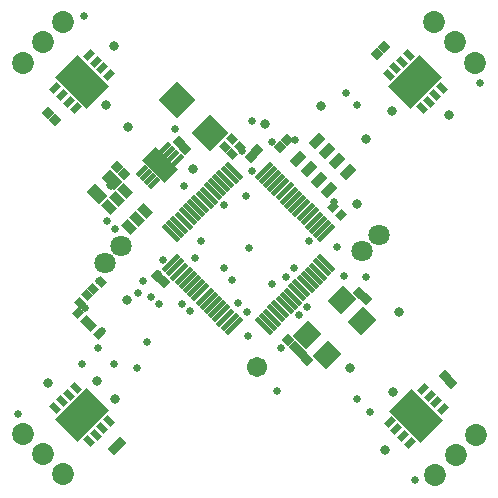
<source format=gbs>
G04 Layer_Color=16711935*
%FSAX24Y24*%
%MOIN*%
G70*
G01*
G75*
G04:AMPARAMS|DCode=62|XSize=29.7mil|YSize=25.7mil|CornerRadius=0mil|HoleSize=0mil|Usage=FLASHONLY|Rotation=45.000|XOffset=0mil|YOffset=0mil|HoleType=Round|Shape=Rectangle|*
%AMROTATEDRECTD62*
4,1,4,-0.0014,-0.0196,-0.0196,-0.0014,0.0014,0.0196,0.0196,0.0014,-0.0014,-0.0196,0.0*
%
%ADD62ROTATEDRECTD62*%

%ADD63P,0.0403X4X270.0*%
%ADD64P,0.0403X4X360.0*%
G04:AMPARAMS|DCode=71|XSize=29.7mil|YSize=25.7mil|CornerRadius=0mil|HoleSize=0mil|Usage=FLASHONLY|Rotation=315.000|XOffset=0mil|YOffset=0mil|HoleType=Round|Shape=Rectangle|*
%AMROTATEDRECTD71*
4,1,4,-0.0196,0.0014,-0.0014,0.0196,0.0196,-0.0014,0.0014,-0.0196,-0.0196,0.0014,0.0*
%
%ADD71ROTATEDRECTD71*%

%ADD85C,0.0710*%
%ADD86C,0.0671*%
%ADD87C,0.0730*%
%ADD88C,0.0320*%
%ADD89C,0.0260*%
%ADD90C,0.0159*%
G04:AMPARAMS|DCode=91|XSize=149.7mil|YSize=106.4mil|CornerRadius=0mil|HoleSize=0mil|Usage=FLASHONLY|Rotation=45.000|XOffset=0mil|YOffset=0mil|HoleType=Round|Shape=Rectangle|*
%AMROTATEDRECTD91*
4,1,4,-0.0153,-0.0906,-0.0906,-0.0153,0.0153,0.0906,0.0906,0.0153,-0.0153,-0.0906,0.0*
%
%ADD91ROTATEDRECTD91*%

G04:AMPARAMS|DCode=92|XSize=21.8mil|YSize=37.5mil|CornerRadius=0mil|HoleSize=0mil|Usage=FLASHONLY|Rotation=45.000|XOffset=0mil|YOffset=0mil|HoleType=Round|Shape=Rectangle|*
%AMROTATEDRECTD92*
4,1,4,0.0056,-0.0210,-0.0210,0.0056,-0.0056,0.0210,0.0210,-0.0056,0.0056,-0.0210,0.0*
%
%ADD92ROTATEDRECTD92*%

G04:AMPARAMS|DCode=93|XSize=149.7mil|YSize=106.4mil|CornerRadius=0mil|HoleSize=0mil|Usage=FLASHONLY|Rotation=135.000|XOffset=0mil|YOffset=0mil|HoleType=Round|Shape=Rectangle|*
%AMROTATEDRECTD93*
4,1,4,0.0906,-0.0153,0.0153,-0.0906,-0.0906,0.0153,-0.0153,0.0906,0.0906,-0.0153,0.0*
%
%ADD93ROTATEDRECTD93*%

G04:AMPARAMS|DCode=94|XSize=21.8mil|YSize=37.5mil|CornerRadius=0mil|HoleSize=0mil|Usage=FLASHONLY|Rotation=135.000|XOffset=0mil|YOffset=0mil|HoleType=Round|Shape=Rectangle|*
%AMROTATEDRECTD94*
4,1,4,0.0210,0.0056,-0.0056,-0.0210,-0.0210,-0.0056,0.0056,0.0210,0.0210,0.0056,0.0*
%
%ADD94ROTATEDRECTD94*%

G04:AMPARAMS|DCode=95|XSize=51.3mil|YSize=31.6mil|CornerRadius=0mil|HoleSize=0mil|Usage=FLASHONLY|Rotation=225.000|XOffset=0mil|YOffset=0mil|HoleType=Round|Shape=Rectangle|*
%AMROTATEDRECTD95*
4,1,4,0.0070,0.0293,0.0293,0.0070,-0.0070,-0.0293,-0.0293,-0.0070,0.0070,0.0293,0.0*
%
%ADD95ROTATEDRECTD95*%

%ADD96P,0.1227X4X90.0*%
G04:AMPARAMS|DCode=97|XSize=104.1mil|YSize=63.1mil|CornerRadius=0mil|HoleSize=0mil|Usage=FLASHONLY|Rotation=135.000|XOffset=0mil|YOffset=0mil|HoleType=Round|Shape=Rectangle|*
%AMROTATEDRECTD97*
4,1,4,0.0591,-0.0145,0.0145,-0.0591,-0.0591,0.0145,-0.0145,0.0591,0.0591,-0.0145,0.0*
%
%ADD97ROTATEDRECTD97*%

G04:AMPARAMS|DCode=98|XSize=17.8mil|YSize=43.4mil|CornerRadius=0mil|HoleSize=0mil|Usage=FLASHONLY|Rotation=135.000|XOffset=0mil|YOffset=0mil|HoleType=Round|Shape=Rectangle|*
%AMROTATEDRECTD98*
4,1,4,0.0217,0.0090,-0.0090,-0.0217,-0.0217,-0.0090,0.0090,0.0217,0.0217,0.0090,0.0*
%
%ADD98ROTATEDRECTD98*%

G04:AMPARAMS|DCode=99|XSize=31.6mil|YSize=43.4mil|CornerRadius=0mil|HoleSize=0mil|Usage=FLASHONLY|Rotation=45.000|XOffset=0mil|YOffset=0mil|HoleType=Round|Shape=Rectangle|*
%AMROTATEDRECTD99*
4,1,4,0.0042,-0.0265,-0.0265,0.0042,-0.0042,0.0265,0.0265,-0.0042,0.0042,-0.0265,0.0*
%
%ADD99ROTATEDRECTD99*%

G04:AMPARAMS|DCode=100|XSize=59.2mil|YSize=41.5mil|CornerRadius=0mil|HoleSize=0mil|Usage=FLASHONLY|Rotation=135.000|XOffset=0mil|YOffset=0mil|HoleType=Round|Shape=Rectangle|*
%AMROTATEDRECTD100*
4,1,4,0.0356,-0.0063,0.0063,-0.0356,-0.0356,0.0063,-0.0063,0.0356,0.0356,-0.0063,0.0*
%
%ADD100ROTATEDRECTD100*%

G04:AMPARAMS|DCode=101|XSize=17.8mil|YSize=76.9mil|CornerRadius=0mil|HoleSize=0mil|Usage=FLASHONLY|Rotation=135.000|XOffset=0mil|YOffset=0mil|HoleType=Round|Shape=Round|*
%AMOVALD101*
21,1,0.0591,0.0178,0.0000,0.0000,225.0*
1,1,0.0178,0.0209,0.0209*
1,1,0.0178,-0.0209,-0.0209*
%
%ADD101OVALD101*%

G04:AMPARAMS|DCode=102|XSize=17.8mil|YSize=76.9mil|CornerRadius=0mil|HoleSize=0mil|Usage=FLASHONLY|Rotation=45.000|XOffset=0mil|YOffset=0mil|HoleType=Round|Shape=Round|*
%AMOVALD102*
21,1,0.0591,0.0178,0.0000,0.0000,135.0*
1,1,0.0178,0.0209,-0.0209*
1,1,0.0178,-0.0209,0.0209*
%
%ADD102OVALD102*%

G04:AMPARAMS|DCode=103|XSize=71mil|YSize=63mil|CornerRadius=0mil|HoleSize=0mil|Usage=FLASHONLY|Rotation=45.000|XOffset=0mil|YOffset=0mil|HoleType=Round|Shape=Rectangle|*
%AMROTATEDRECTD103*
4,1,4,-0.0028,-0.0474,-0.0474,-0.0028,0.0028,0.0474,0.0474,0.0028,-0.0028,-0.0474,0.0*
%
%ADD103ROTATEDRECTD103*%

D62*
X045249Y026152D02*
D03*
X044998Y026403D02*
D03*
X044574Y026827D02*
D03*
X044824Y026577D02*
D03*
X053059Y030363D02*
D03*
X053310Y030112D02*
D03*
D63*
X047427Y027863D02*
D03*
X047204Y028086D02*
D03*
X053922Y027520D02*
D03*
X054144Y027298D02*
D03*
X052200Y025282D02*
D03*
X051977Y025505D02*
D03*
X051553Y025929D02*
D03*
X051776Y025707D02*
D03*
X046083Y031470D02*
D03*
X045861Y031692D02*
D03*
X047911Y032541D02*
D03*
X048134Y032318D02*
D03*
X043563Y033495D02*
D03*
X043785Y033273D02*
D03*
X057008Y024505D02*
D03*
X056785Y024727D02*
D03*
D64*
X051305Y032389D02*
D03*
X051528Y032612D02*
D03*
X050315Y032035D02*
D03*
X050538Y032258D02*
D03*
X045746Y022295D02*
D03*
X045969Y022517D02*
D03*
X054754Y035705D02*
D03*
X054531Y035483D02*
D03*
D71*
X044860Y027428D02*
D03*
X044609Y027178D02*
D03*
X045069Y027637D02*
D03*
X045319Y027888D02*
D03*
X049700Y032127D02*
D03*
X049951Y032378D02*
D03*
X049453Y032375D02*
D03*
X049704Y032625D02*
D03*
D85*
X054590Y029451D02*
D03*
X054033Y028894D02*
D03*
X046003Y029066D02*
D03*
X045446Y028509D02*
D03*
D86*
X050533Y025040D02*
D03*
D87*
X056473Y021434D02*
D03*
X057144Y022106D02*
D03*
X057816Y022777D02*
D03*
X044063Y036531D02*
D03*
X043391Y035859D02*
D03*
X042719Y035187D02*
D03*
X056437Y036531D02*
D03*
X057109Y035859D02*
D03*
X057781Y035187D02*
D03*
X044063Y021469D02*
D03*
X043391Y022141D02*
D03*
X042719Y022813D02*
D03*
D88*
X050780Y033137D02*
D03*
X053856Y030485D02*
D03*
X046184Y027268D02*
D03*
X045654Y031121D02*
D03*
X048378Y031649D02*
D03*
X049013Y032642D02*
D03*
X055058Y024192D02*
D03*
X055023Y033561D02*
D03*
X045477Y033773D02*
D03*
X054174Y032642D02*
D03*
X052654Y033738D02*
D03*
X045795Y023980D02*
D03*
X045194Y024581D02*
D03*
X054775Y022282D02*
D03*
X056922Y033455D02*
D03*
X045760Y035753D02*
D03*
X043568Y024510D02*
D03*
X053609Y025005D02*
D03*
X046219Y033031D02*
D03*
X055270Y026879D02*
D03*
D89*
X050359Y033224D02*
D03*
X051036Y032544D02*
D03*
X055801Y021257D02*
D03*
X053432Y028081D02*
D03*
X052195Y027055D02*
D03*
X051912Y026773D02*
D03*
X051806Y032606D02*
D03*
X047245Y031864D02*
D03*
X046573Y027515D02*
D03*
X046985Y027374D02*
D03*
X046729Y027896D02*
D03*
X047209Y028151D02*
D03*
X047386Y028611D02*
D03*
X047245Y027126D02*
D03*
X045512Y029919D02*
D03*
X045795Y029636D02*
D03*
X054281Y023555D02*
D03*
X053856Y023980D02*
D03*
X048093Y031086D02*
D03*
X049432Y030444D02*
D03*
X047775Y032960D02*
D03*
X048447Y028682D02*
D03*
X050038Y032253D02*
D03*
X051487Y028045D02*
D03*
X051770Y028328D02*
D03*
X049415Y028350D02*
D03*
X050144Y030732D02*
D03*
X048659Y029247D02*
D03*
X053184Y029035D02*
D03*
X049896Y027162D02*
D03*
X051028Y027798D02*
D03*
X049684Y027939D02*
D03*
X050356Y031581D02*
D03*
X045265Y027904D02*
D03*
X044805Y027020D02*
D03*
X050179Y026879D02*
D03*
X045371Y026242D02*
D03*
X044699Y025146D02*
D03*
X053479Y034170D02*
D03*
X053871Y033780D02*
D03*
X045230Y025677D02*
D03*
X046538Y025005D02*
D03*
X046856Y025889D02*
D03*
X045760Y025146D02*
D03*
X050250Y029000D02*
D03*
X051311Y025677D02*
D03*
X050215Y026066D02*
D03*
X052265Y029247D02*
D03*
X048305Y026914D02*
D03*
X048010Y027126D02*
D03*
X042543Y023485D02*
D03*
X044770Y036743D02*
D03*
X057957Y034515D02*
D03*
X051192Y024240D02*
D03*
X054174Y028045D02*
D03*
X053078Y030556D02*
D03*
D90*
X044309Y023561D02*
D03*
X044588Y023839D02*
D03*
X044866Y024117D02*
D03*
X055968Y035219D02*
D03*
X044031Y023282D02*
D03*
X044282Y023032D02*
D03*
X044532Y022781D02*
D03*
X044560Y023310D02*
D03*
X044811Y023059D02*
D03*
X044838Y023588D02*
D03*
X045117Y023867D02*
D03*
X045367Y023616D02*
D03*
X045089Y023338D02*
D03*
X056003Y022746D02*
D03*
X056254Y022996D02*
D03*
X056504Y023247D02*
D03*
X055725Y023024D02*
D03*
X055975Y023275D02*
D03*
X056226Y023525D02*
D03*
X055446Y023303D02*
D03*
X055697Y023553D02*
D03*
X055168Y023581D02*
D03*
X055419Y023831D02*
D03*
X055669Y024082D02*
D03*
X055947Y023804D02*
D03*
X056469Y034718D02*
D03*
X056218Y034968D02*
D03*
X056191Y034439D02*
D03*
X055940Y034690D02*
D03*
X055689Y034941D02*
D03*
X055912Y034161D02*
D03*
X055662Y034412D02*
D03*
X055634Y033883D02*
D03*
X055383Y034133D02*
D03*
X055133Y034384D02*
D03*
X055411Y034662D02*
D03*
X044532Y035219D02*
D03*
X044282Y034968D02*
D03*
X044031Y034718D02*
D03*
X044811Y034941D02*
D03*
X044560Y034690D02*
D03*
X044309Y034439D02*
D03*
X045089Y034662D02*
D03*
X044838Y034412D02*
D03*
X045367Y034384D02*
D03*
X045117Y034133D02*
D03*
X044866Y033883D02*
D03*
X044588Y034161D02*
D03*
D91*
X044699Y023449D02*
D03*
X055801Y034551D02*
D03*
D92*
X043808Y023672D02*
D03*
X044031Y023895D02*
D03*
X044254Y024117D02*
D03*
X044476Y024340D02*
D03*
X044922Y022558D02*
D03*
X045145Y022781D02*
D03*
X045367Y023004D02*
D03*
X045590Y023226D02*
D03*
X056692Y034328D02*
D03*
X056469Y034105D02*
D03*
X056246Y033883D02*
D03*
X056024Y033660D02*
D03*
X055578Y035442D02*
D03*
X055355Y035219D02*
D03*
X055133Y034996D02*
D03*
X054910Y034773D02*
D03*
D93*
X055836Y023414D02*
D03*
X044699Y034551D02*
D03*
D94*
X055613Y022523D02*
D03*
X055391Y022746D02*
D03*
X055168Y022968D02*
D03*
X054945Y023191D02*
D03*
X056727Y023637D02*
D03*
X056504Y023859D02*
D03*
X056282Y024082D02*
D03*
X056059Y024305D02*
D03*
X044922Y035442D02*
D03*
X045145Y035219D02*
D03*
X045367Y034996D02*
D03*
X045590Y034773D02*
D03*
X043808Y034328D02*
D03*
X044031Y034105D02*
D03*
X044254Y033883D02*
D03*
X044476Y033660D02*
D03*
D95*
X052857Y032238D02*
D03*
X053205Y031890D02*
D03*
X052509Y032586D02*
D03*
X053553Y031542D02*
D03*
X052941Y030930D02*
D03*
X051897Y031973D02*
D03*
X052593Y031277D02*
D03*
X052245Y031625D02*
D03*
D96*
X047855Y033941D02*
D03*
X048968Y032827D02*
D03*
D97*
X047280Y031758D02*
D03*
D98*
X047101Y031161D02*
D03*
X046961Y031300D02*
D03*
X046822Y031439D02*
D03*
X046683Y031578D02*
D03*
X047877Y031937D02*
D03*
X047738Y032076D02*
D03*
X047599Y032216D02*
D03*
X047460Y032355D02*
D03*
D99*
X046783Y030239D02*
D03*
X046518Y029974D02*
D03*
X046254Y029710D02*
D03*
X045586Y030378D02*
D03*
X045850Y030642D02*
D03*
X046115Y030907D02*
D03*
D100*
X045205Y030814D02*
D03*
X045678Y031287D02*
D03*
D101*
X052839Y029501D02*
D03*
X052700Y029640D02*
D03*
X052561Y029779D02*
D03*
X052421Y029919D02*
D03*
X052282Y030058D02*
D03*
X052143Y030197D02*
D03*
X052004Y030336D02*
D03*
X051865Y030475D02*
D03*
X051725Y030615D02*
D03*
X051586Y030754D02*
D03*
X051447Y030893D02*
D03*
X051308Y031032D02*
D03*
X051169Y031171D02*
D03*
X051029Y031311D02*
D03*
X050890Y031450D02*
D03*
X050751Y031589D02*
D03*
X047661Y028499D02*
D03*
X047800Y028360D02*
D03*
X047939Y028221D02*
D03*
X048079Y028081D02*
D03*
X048218Y027942D02*
D03*
X048357Y027803D02*
D03*
X048496Y027664D02*
D03*
X048635Y027525D02*
D03*
X048775Y027385D02*
D03*
X048914Y027246D02*
D03*
X049053Y027107D02*
D03*
X049192Y026968D02*
D03*
X049331Y026829D02*
D03*
X049471Y026689D02*
D03*
X049610Y026550D02*
D03*
X049749Y026411D02*
D03*
D102*
Y031589D02*
D03*
X049610Y031450D02*
D03*
X049471Y031311D02*
D03*
X049331Y031171D02*
D03*
X049192Y031032D02*
D03*
X049053Y030893D02*
D03*
X048914Y030754D02*
D03*
X048775Y030615D02*
D03*
X048635Y030475D02*
D03*
X048496Y030336D02*
D03*
X048357Y030197D02*
D03*
X048218Y030058D02*
D03*
X048079Y029919D02*
D03*
X047939Y029779D02*
D03*
X047800Y029640D02*
D03*
X047661Y029501D02*
D03*
X050751Y026411D02*
D03*
X050890Y026550D02*
D03*
X051029Y026689D02*
D03*
X051169Y026829D02*
D03*
X051308Y026968D02*
D03*
X051447Y027107D02*
D03*
X051586Y027246D02*
D03*
X051725Y027385D02*
D03*
X051865Y027525D02*
D03*
X052004Y027664D02*
D03*
X052143Y027803D02*
D03*
X052282Y027942D02*
D03*
X052421Y028081D02*
D03*
X052561Y028221D02*
D03*
X052700Y028360D02*
D03*
X052839Y028499D02*
D03*
D103*
X053354Y027261D02*
D03*
X052202Y026108D02*
D03*
X052873Y025436D02*
D03*
X054026Y026589D02*
D03*
M02*

</source>
